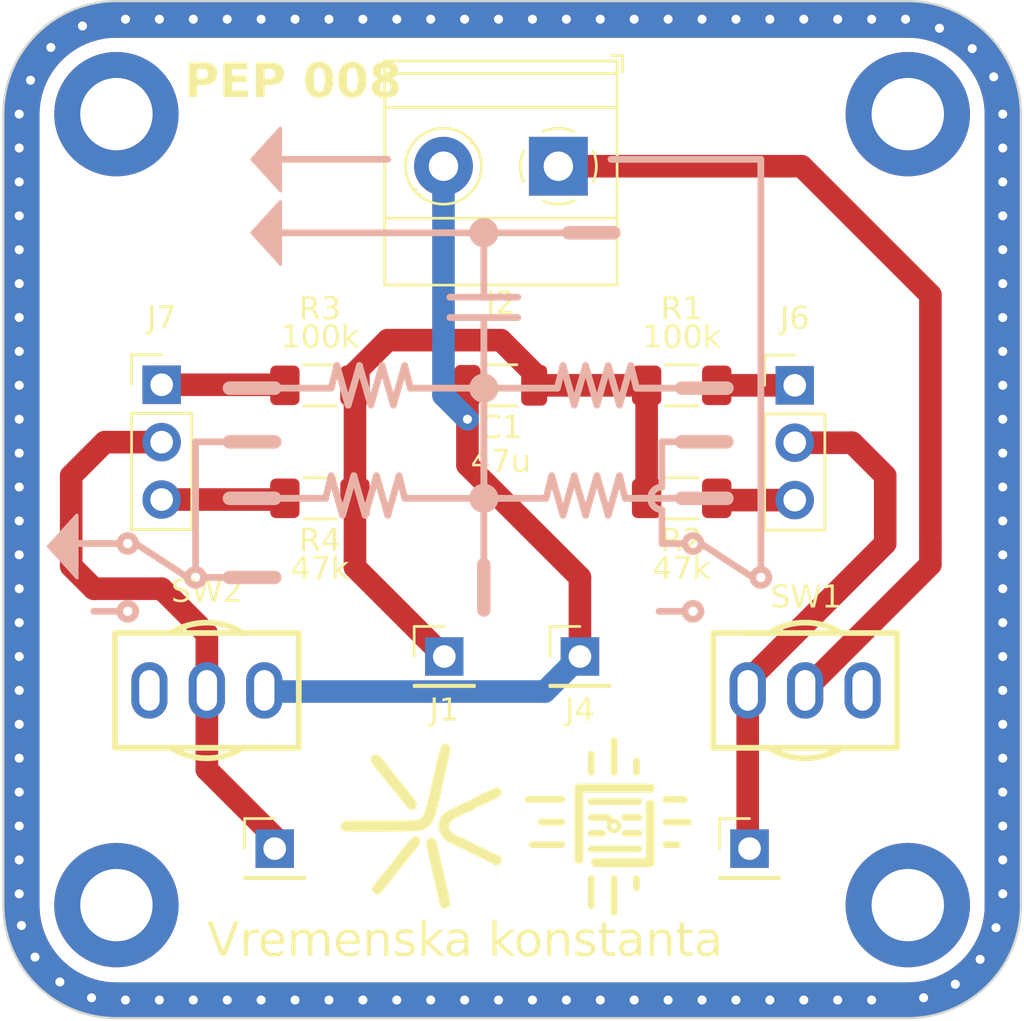
<source format=kicad_pcb>
(kicad_pcb (version 20241229) (generator "pcbnew") (generator_version "9.0")
  (layers (0 "F.Cu" signal) (2 "B.Cu" signal) (13 "F.Paste" user) (15 "B.Paste" user) (5 "F.SilkS" user "F.Silkscreen") (7 "B.SilkS" user "B.Silkscreen") (1 "F.Mask" user) (3 "B.Mask" user) (25 "Edge.Cuts" user))
  (net 0 "")
  (net 1 "0")
  (net 2 "Input voltage")
  (net 3 "Output voltage")
  (net 4 "Net-(J5-Pin_1)")
  (net 7 "Net-(J3-Pin_1)")
  (net 8 "Net-(J6-Pin_1)")
  (net 9 "Net-(J6-Pin_3)")
  (net 10 "Net-(J7-Pin_1)")
  (net 11 "Net-(J7-Pin_3)")
  (footprint "Resistor_SMD:R_1206_3216Metric_Pad1.30x1.75mm_HandSolder" (layer "F.Cu") (at 134 83 180)
    (property "Reference" "R2" (at 0 -2.5 0) (layer "F.SilkS") (effects (justify bottom)))
    (property "Value" "47k" (at 0 -3.75 0) (layer "F.SilkS") (effects (justify bottom)))
    (pad "1" smd roundrect (at -1.55 0 180) (size 1.3 1.75) (layers "F.Cu" "F.Mask" "F.Paste") (roundrect_rratio 0.192308) (net 9 "Net-(J6-Pin_3)"))
    (pad "2" smd roundrect (at 1.55 0 180) (size 1.3 1.75) (layers "F.Cu" "F.Mask" "F.Paste") (roundrect_rratio 0.192308) (net 3 "Output voltage"))
  )
  (footprint "Resistor_SMD:R_1206_3216Metric_Pad1.30x1.75mm_HandSolder" (layer "F.Cu") (at 118 83)
    (property "Reference" "R4" (at 0 2.5 0) (layer "F.SilkS") (effects (justify bottom)))
    (property "Value" "47k" (at 0 3.75 0) (layer "F.SilkS") (effects (justify bottom)))
    (pad "1" smd roundrect (at -1.55 0) (size 1.3 1.75) (layers "F.Cu" "F.Mask" "F.Paste") (roundrect_rratio 0.192308) (net 11 "Net-(J7-Pin_3)"))
    (pad "2" smd roundrect (at 1.55 0) (size 1.3 1.75) (layers "F.Cu" "F.Mask" "F.Paste") (roundrect_rratio 0.192308) (net 3 "Output voltage"))
  )
  (footprint "PEP_library:ele_petnica_logo" (layer "F.Cu") (at 131 97.5)
    (property "Reference" "REF**" (hide yes))
    (property "Value" "ele_petnica_logo" (hide yes))
  )
  (footprint "Resistor_SMD:R_1206_3216Metric_Pad1.30x1.75mm_HandSolder" (layer "F.Cu") (at 134 78 180)
    (property "Reference" "R1" (at 0 2.75 0) (layer "F.SilkS") (effects (justify bottom)))
    (property "Value" "100k" (at 0 1.5 0) (layer "F.SilkS") (effects (justify bottom)))
    (pad "1" smd roundrect (at -1.55 0 180) (size 1.3 1.75) (layers "F.Cu" "F.Mask" "F.Paste") (roundrect_rratio 0.192308) (net 8 "Net-(J6-Pin_1)"))
    (pad "2" smd roundrect (at 1.55 0 180) (size 1.3 1.75) (layers "F.Cu" "F.Mask" "F.Paste") (roundrect_rratio 0.192308) (net 3 "Output voltage"))
  )
  (footprint "Connector_PinHeader_2.54mm:PinHeader_1x03_P2.54mm_Vertical" (layer "F.Cu") (at 111 77.975)
    (property "Reference" "J7" (at 0 -2.33 0) (layer "F.SilkS") (effects (justify bottom)))
    (property "Value" "Conn_01x03_Pin")
    (pad "1" thru_hole rect (at 0 0) (size 1.7 1.7) (drill 1) (layers "*.Cu" "*.Mask") (net 10 "Net-(J7-Pin_1)"))
    (pad "2" thru_hole oval (at 0 2.54) (size 1.7 1.7) (drill 1) (layers "*.Cu" "*.Mask") (net 7 "Net-(J3-Pin_1)"))
    (pad "3" thru_hole oval (at 0 5.08) (size 1.7 1.7) (drill 1) (layers "*.Cu" "*.Mask") (net 11 "Net-(J7-Pin_3)"))
  )
  (footprint "Resistor_SMD:R_1206_3216Metric_Pad1.30x1.75mm_HandSolder" (layer "F.Cu") (at 118 78)
    (property "Reference" "R3" (at 0 -2.75 0) (layer "F.SilkS") (effects (justify bottom)))
    (property "Value" "100k" (at 0 -1.5 0) (layer "F.SilkS") (effects (justify bottom)))
    (pad "1" smd roundrect (at -1.55 0) (size 1.3 1.75) (layers "F.Cu" "F.Mask" "F.Paste") (roundrect_rratio 0.192308) (net 10 "Net-(J7-Pin_1)"))
    (pad "2" smd roundrect (at 1.55 0) (size 1.3 1.75) (layers "F.Cu" "F.Mask" "F.Paste") (roundrect_rratio 0.192308) (net 3 "Output voltage"))
  )
  (footprint "MountingHole:MountingHole_3.2mm_M3_ISO14580_Pad_TopBottom" (layer "F.Cu") (at 144 66)
    (property "Reference" "H3" (hide yes))
    (property "Value" "MountingHole")
    (pad "1" thru_hole circle (at 0 0) (size 3.6 3.6) (drill 3.2) (layers "*.Cu" "*.Mask"))
    (pad "1" connect circle (at 0 0) (size 5.5 5.5) (layers "F.Cu" "F.Mask"))
    (pad "1" connect circle (at 0 0) (size 5.5 5.5) (layers "B.Cu" "B.Mask"))
  )
  (footprint "MountingHole:MountingHole_3.2mm_M3_ISO14580_Pad_TopBottom" (layer "F.Cu") (at 144 101)
    (property "Reference" "H4" (hide yes))
    (property "Value" "MountingHole")
    (pad "1" thru_hole circle (at 0 0) (size 3.6 3.6) (drill 3.2) (layers "*.Cu" "*.Mask"))
    (pad "1" connect circle (at 0 0) (size 5.5 5.5) (layers "F.Cu" "F.Mask"))
    (pad "1" connect circle (at 0 0) (size 5.5 5.5) (layers "B.Cu" "B.Mask"))
  )
  (footprint "Connector_PinHeader_2.54mm:PinHeader_1x01_P2.54mm_Vertical" (layer "F.Cu") (at 129.5 90)
    (property "Reference" "J4" (at 0 3 0) (layer "F.SilkS") (effects (justify bottom)))
    (property "Value" "Conn_01x01_Pin")
    (pad "1" thru_hole rect (at 0 0) (size 1.7 1.7) (drill 1) (layers "*.Cu" "*.Mask") (net 1 "0"))
  )
  (footprint "Connector_PinHeader_2.54mm:PinHeader_1x03_P2.54mm_Vertical" (layer "F.Cu") (at 139 78)
    (property "Reference" "J6" (at 0 -2.33 0) (layer "F.SilkS") (effects (justify bottom)))
    (property "Value" "Conn_01x03_Pin")
    (pad "1" thru_hole rect (at 0 0) (size 1.7 1.7) (drill 1) (layers "*.Cu" "*.Mask") (net 8 "Net-(J6-Pin_1)"))
    (pad "2" thru_hole oval (at 0 2.54) (size 1.7 1.7) (drill 1) (layers "*.Cu" "*.Mask") (net 4 "Net-(J5-Pin_1)"))
    (pad "3" thru_hole oval (at 0 5.08) (size 1.7 1.7) (drill 1) (layers "*.Cu" "*.Mask") (net 9 "Net-(J6-Pin_3)"))
  )
  (footprint "Capacitor_SMD:C_1206_3216Metric" (layer "F.Cu") (at 126 78 180)
    (property "Reference" "C1" (at -0.005 -2.5 0) (layer "F.SilkS") (effects (justify bottom)))
    (property "Value" "47u" (at 0 -4 0) (layer "F.SilkS") (effects (justify bottom)))
    (pad "1" smd roundrect (at -1.475 0 180) (size 1.15 1.8) (layers "F.Cu" "F.Mask" "F.Paste") (roundrect_rratio 0.217391) (net 3 "Output voltage"))
    (pad "2" smd roundrect (at 1.475 0 180) (size 1.15 1.8) (layers "F.Cu" "F.Mask" "F.Paste") (roundrect_rratio 0.217391) (net 1 "0"))
  )
  (footprint "TerminalBlock_Phoenix:TerminalBlock_Phoenix_MKDS-1,5-2-5.08_1x02_P5.08mm_Horizontal" (layer "F.Cu") (at 128.545 68.305 180)
    (property "Reference" "J2" (at 2.545 -6.695 0) (layer "F.SilkS") (effects (justify bottom)))
    (property "Value" "Screw_Terminal_01x02")
    (pad "1" thru_hole rect (at 0 0 180) (size 2.6 2.6) (drill 1.3) (layers "*.Cu" "*.Mask") (net 2 "Input voltage"))
    (pad "2" thru_hole circle (at 5.08 0 180) (size 2.6 2.6) (drill 1.3) (layers "*.Cu" "*.Mask") (net 1 "0"))
  )
  (footprint "Connector_PinHeader_2.54mm:PinHeader_1x01_P2.54mm_Vertical" (layer "F.Cu") (at 137 98.5)
    (property "Reference" "J5" (hide yes))
    (property "Value" "Conn_01x01_Pin")
    (pad "1" thru_hole rect (at 0 0) (size 1.7 1.7) (drill 1) (layers "*.Cu" "*.Mask") (net 4 "Net-(J5-Pin_1)"))
  )
  (footprint "PEP_library:SW-TH_2MS1T1B1M1QES-5" (layer "F.Cu") (at 113 91.5 90)
    (property "Reference" "SW2" (at 3.75 0 180) (layer "F.SilkS") (effects (justify bottom)))
    (property "Value" "SW_SPDT")
    (pad "1" thru_hole oval (at 0 2.54 180) (size 1.6 2.5) (drill oval 0.9 1.8) (layers "*.Cu" "*.Mask") (net 1 "0"))
    (pad "2" thru_hole oval (at 0 0 180) (size 1.6 2.5) (drill oval 0.9 1.8) (layers "*.Cu" "*.Mask") (net 7 "Net-(J3-Pin_1)"))
    (pad "3" thru_hole oval (at 0 -2.54 180) (size 1.6 2.5) (drill oval 0.9 1.8) (layers "*.Cu" "*.Mask"))
  )
  (footprint "PEP_library:petnica_logo" (layer "F.Cu") (at 122.5 97.5)
    (property "Reference" "G***" (hide yes))
    (property "Value" "LOGO" (hide yes))
  )
  (footprint "Connector_PinHeader_2.54mm:PinHeader_1x01_P2.54mm_Vertical" (layer "F.Cu") (at 116 98.5)
    (property "Reference" "J3" (hide yes))
    (property "Value" "Conn_01x01_Pin")
    (pad "1" thru_hole rect (at 0 0) (size 1.7 1.7) (drill 1) (layers "*.Cu" "*.Mask") (net 7 "Net-(J3-Pin_1)"))
  )
  (footprint "MountingHole:MountingHole_3.2mm_M3_ISO14580_Pad_TopBottom" (layer "F.Cu") (at 109 66)
    (property "Reference" "H2" (hide yes))
    (property "Value" "MountingHole")
    (pad "1" thru_hole circle (at 0 0) (size 3.6 3.6) (drill 3.2) (layers "*.Cu" "*.Mask"))
    (pad "1" connect circle (at 0 0) (size 5.5 5.5) (layers "F.Cu" "F.Mask"))
    (pad "1" connect circle (at 0 0) (size 5.5 5.5) (layers "B.Cu" "B.Mask"))
  )
  (footprint "MountingHole:MountingHole_3.2mm_M3_ISO14580_Pad_TopBottom" (layer "F.Cu") (at 109 101 -90)
    (property "Reference" "H1" (hide yes))
    (property "Value" "MountingHole")
    (pad "1" thru_hole circle (at 0 0 270) (size 3.6 3.6) (drill 3.2) (layers "*.Cu" "*.Mask"))
    (pad "1" connect circle (at 0 0 270) (size 5.5 5.5) (layers "F.Cu" "F.Mask"))
    (pad "1" connect circle (at 0 0 270) (size 5.5 5.5) (layers "B.Cu" "B.Mask"))
  )
  (footprint "PEP_library:SW-TH_2MS1T1B1M1QES-5" (layer "F.Cu") (at 139.46 91.5 -90)
    (property "Reference" "SW1" (at -3.5 -0.04 180) (layer "F.SilkS") (effects (justify bottom)))
    (property "Value" "SW_SPDT")
    (pad "1" thru_hole oval (at 0 2.54) (size 1.6 2.5) (drill oval 0.9 1.8) (layers "*.Cu" "*.Mask") (net 4 "Net-(J5-Pin_1)"))
    (pad "2" thru_hole oval (at 0 0) (size 1.6 2.5) (drill oval 0.9 1.8) (layers "*.Cu" "*.Mask") (net 2 "Input voltage"))
    (pad "3" thru_hole oval (at 0 -2.54) (size 1.6 2.5) (drill oval 0.9 1.8) (layers "*.Cu" "*.Mask"))
  )
  (footprint "Connector_PinHeader_2.54mm:PinHeader_1x01_P2.54mm_Vertical" (layer "F.Cu") (at 123.5 90)
    (property "Reference" "J1" (at 0 3 0) (layer "F.SilkS") (effects (justify bottom)))
    (property "Value" "Conn_01x01_Pin")
    (pad "1" thru_hole rect (at 0 0) (size 1.7 1.7) (drill 1) (layers "*.Cu" "*.Mask") (net 3 "Output voltage"))
  )
  (gr_line (start 109 61.819848) (end 144 61.819848) (stroke (width 1.6)) (layer "F.Cu"))
  (gr_line (start 148.2 101.019848) (end 148.2 66.019848) (stroke (width 1.6)) (layer "F.Cu"))
  (gr_line (start 104.8 66.019848) (end 104.8 101.019848) (stroke (width 1.6)) (layer "F.Cu"))
  (gr_arc (start 144 61.819848) (mid 146.969831 63.050007) (end 148.2 66.019848) (stroke (width 1.6)) (layer "F.Cu"))
  (gr_arc (start 109 105.219848) (mid 106.030155 103.989695) (end 104.8 101.019848) (stroke (width 1.6)) (layer "F.Cu"))
  (gr_line (start 109 105.219848) (end 144 105.219848) (stroke (width 1.6)) (layer "F.Cu"))
  (gr_arc (start 104.8 66.019848) (mid 106.030152 63.05) (end 109 61.819848) (stroke (width 1.6)) (layer "F.Cu"))
  (gr_arc (start 148.2 101.019848) (mid 146.969849 103.989697) (end 144 105.219848) (stroke (width 1.6)) (layer "F.Cu"))
  (gr_arc (start 109 105.219848) (mid 106.030155 103.989695) (end 104.8 101.019848) (stroke (width 1.6)) (layer "B.Cu"))
  (gr_arc (start 104.8 66.019848) (mid 106.030152 63.05) (end 109 61.819848) (stroke (width 1.6)) (layer "B.Cu"))
  (gr_line (start 109 105.219848) (end 144 105.219848) (stroke (width 1.6)) (layer "B.Cu"))
  (gr_line (start 109 61.819848) (end 144 61.819848) (stroke (width 1.6)) (layer "B.Cu"))
  (gr_line (start 148.2 101.019848) (end 148.2 66.019848) (stroke (width 1.6)) (layer "B.Cu"))
  (gr_arc (start 148.2 101.019848) (mid 146.969849 103.989697) (end 144 105.219848) (stroke (width 1.6)) (layer "B.Cu"))
  (gr_arc (start 144 61.819848) (mid 146.969831 63.050007) (end 148.2 66.019848) (stroke (width 1.6)) (layer "B.Cu"))
  (gr_line (start 104.8 66.019848) (end 104.8 101.019848) (stroke (width 1.6)) (layer "B.Cu"))
  (gr_line (start 129.25 82) (end 128.75 83.75) (stroke (width 0.3)) (layer "B.SilkS"))
  (gr_circle (center 125.25 78.125) (end 125.395774 78.125) (stroke (width 0.5)) (fill no) (layer "B.SilkS"))
  (gr_line (start 128 83) (end 126 83) (stroke (width 0.3)) (layer "B.SilkS"))
  (gr_line (start 118.75 77.125) (end 118.5 78.125) (stroke (width 0.3)) (layer "B.SilkS"))
  (gr_arc (start 133.125 83.5) (mid 132.625 83) (end 133.125 82.5) (stroke (width 0.3)) (layer "B.SilkS"))
  (gr_line (start 116 78.125) (end 114 78.125) (stroke (width 0.6)) (layer "B.SilkS"))
  (gr_line (start 117.5 78.125) (end 114 78.125) (stroke (width 0.3)) (layer "B.SilkS"))
  (gr_line (start 121.75 83) (end 121.5 82) (stroke (width 0.3)) (layer "B.SilkS"))
  (gr_line (start 134.146438 85) (end 133.125 85) (stroke (width 0.3)) (layer "B.SilkS"))
  (gr_circle (center 125.25 71.25) (end 125.395774 71.25) (stroke (width 0.5)) (fill no) (layer "B.SilkS"))
  (gr_line (start 132.625 83) (end 131.5 83) (stroke (width 0.3)) (layer "B.SilkS"))
  (gr_line (start 125.25 85.9375) (end 125.25 87.9375) (stroke (width 0.6)) (layer "B.SilkS"))
  (gr_poly (pts (xy 116.25 69.375) (xy 116.25 66.625) (xy 115 68)) (stroke (width 0.15)) (fill yes) (layer "B.SilkS"))
  (gr_line (start 133.125 85) (end 133.125 83.5) (stroke (width 0.3)) (layer "B.SilkS"))
  (gr_line (start 130.75 83.75) (end 130.25 82) (stroke (width 0.3)) (layer "B.SilkS"))
  (gr_line (start 130.25 82) (end 129.75 83.75) (stroke (width 0.3)) (layer "B.SilkS"))
  (gr_line (start 132 83) (end 136 83) (stroke (width 0.3)) (layer "B.SilkS"))
  (gr_line (start 119 83.75) (end 118.5 82) (stroke (width 0.3)) (layer "B.SilkS"))
  (gr_line (start 129.75 77.125) (end 129.25 78.875) (stroke (width 0.3)) (layer "B.SilkS"))
  (gr_circle (center 134.499993 88) (end 134.749993 88.250003) (stroke (width 0.3)) (fill no) (layer "B.SilkS"))
  (gr_line (start 134 78.125) (end 136 78.125) (stroke (width 0.6)) (layer "B.SilkS"))
  (gr_line (start 125.25 78) (end 125.25 75) (stroke (width 0.3)) (layer "B.SilkS"))
  (gr_line (start 116 86.5) (end 114 86.5) (stroke (width 0.6)) (layer "B.SilkS"))
  (gr_line (start 109.146438 88) (end 107.999993 88) (stroke (width 0.3)) (layer "B.SilkS"))
  (gr_line (start 131.25 82) (end 130.75 83.75) (stroke (width 0.3)) (layer "B.SilkS"))
  (gr_line (start 112.5 80.5) (end 112.5 86.146447) (stroke (width 0.3)) (layer "B.SilkS"))
  (gr_line (start 128.25 82) (end 128 83) (stroke (width 0.3)) (layer "B.SilkS"))
  (gr_line (start 121.5 82) (end 121 83.75) (stroke (width 0.3)) (layer "B.SilkS"))
  (gr_line (start 130.25 78.875) (end 129.75 77.125) (stroke (width 0.3)) (layer "B.SilkS"))
  (gr_line (start 118.25 83) (end 117.25 83) (stroke (width 0.3)) (layer "B.SilkS"))
  (gr_line (start 116 71.25) (end 131 71.25) (stroke (width 0.3)) (layer "B.SilkS"))
  (gr_line (start 131.5 83) (end 131.25 82) (stroke (width 0.3)) (layer "B.SilkS"))
  (gr_line (start 131.25 78.875) (end 130.75 77.125) (stroke (width 0.3)) (layer "B.SilkS"))
  (gr_line (start 119.25 78.875) (end 118.75 77.125) (stroke (width 0.3)) (layer "B.SilkS"))
  (gr_line (start 125.25 78.0625) (end 125.25 87.9375) (stroke (width 0.3)) (layer "B.SilkS"))
  (gr_line (start 117.5 83) (end 114 83) (stroke (width 0.3)) (layer "B.SilkS"))
  (gr_line (start 125.25 74.1) (end 125.25 71.1) (stroke (width 0.3)) (layer "B.SilkS"))
  (gr_line (start 123.75 75) (end 126.75 75) (stroke (width 0.3)) (layer "B.SilkS"))
  (gr_line (start 120.5 82) (end 120 83.75) (stroke (width 0.3)) (layer "B.SilkS"))
  (gr_line (start 128.75 77.125) (end 128.5 78.125) (stroke (width 0.3)) (layer "B.SilkS"))
  (gr_line (start 107.999993 85) (end 106.499993 85) (stroke (width 0.3)) (layer "B.SilkS"))
  (gr_line (start 127 78.125) (end 122 78.125) (stroke (width 0.3)) (layer "B.SilkS"))
  (gr_circle (center 125.25 83) (end 125.395774 83) (stroke (width 0.5)) (fill no) (layer "B.SilkS"))
  (gr_line (start 119.75 77.125) (end 119.25 78.875) (stroke (width 0.3)) (layer "B.SilkS"))
  (gr_line (start 129 71.25) (end 131 71.25) (stroke (width 0.6)) (layer "B.SilkS"))
  (gr_line (start 132 78.125) (end 131.75 77.125) (stroke (width 0.3)) (layer "B.SilkS"))
  (gr_line (start 129.25 78.875) (end 128.75 77.125) (stroke (width 0.3)) (layer "B.SilkS"))
  (gr_line (start 109.146438 85) (end 107.999993 85) (stroke (width 0.3)) (layer "B.SilkS"))
  (gr_line (start 134 83) (end 136 83) (stroke (width 0.6)) (layer "B.SilkS"))
  (gr_line (start 120.25 78.875) (end 119.75 77.125) (stroke (width 0.3)) (layer "B.SilkS"))
  (gr_line (start 121 83.75) (end 120.5 82) (stroke (width 0.3)) (layer "B.SilkS"))
  (gr_line (start 112.14644 86.5) (end 109.85356 84.999982) (stroke (width 0.3)) (layer "B.SilkS"))
  (gr_line (start 112.5 80.5) (end 116 80.5) (stroke (width 0.3)) (layer "B.SilkS"))
  (gr_line (start 114 80.5) (end 116 80.5) (stroke (width 0.6)) (layer "B.SilkS"))
  (gr_line (start 119.5 82) (end 119 83.75) (stroke (width 0.3)) (layer "B.SilkS"))
  (gr_line (start 137.499993 68) (end 130.875 68) (stroke (width 0.3)) (layer "B.SilkS"))
  (gr_circle (center 137.499993 86.5) (end 137.249993 86.75) (stroke (width 0.3)) (fill no) (layer "B.SilkS"))
  (gr_line (start 128.75 83.75) (end 128.25 82) (stroke (width 0.3)) (layer "B.SilkS"))
  (gr_line (start 133.125 78.125) (end 132 78.125) (stroke (width 0.3)) (layer "B.SilkS"))
  (gr_poly (pts (xy 107.249993 86.500002) (xy 107.249993 83.750002) (xy 105.999993 85.125002)) (stroke (width 0.15)) (fill yes) (layer "B.SilkS"))
  (gr_line (start 121.75 77.125) (end 121.25 78.875) (stroke (width 0.3)) (layer "B.SilkS"))
  (gr_line (start 123.75 74.1) (end 126.75 74.1) (stroke (width 0.3)) (layer "B.SilkS"))
  (gr_line (start 126 83) (end 121.749999 83) (stroke (width 0.3)) (layer "B.SilkS"))
  (gr_line (start 132 78.125) (end 136 78.125) (stroke (width 0.3)) (layer "B.SilkS"))
  (gr_line (start 120.75 77.125) (end 120.25 78.875) (stroke (width 0.3)) (layer "B.SilkS"))
  (gr_line (start 112.853546 86.5) (end 115 86.5) (stroke (width 0.3)) (layer "B.SilkS"))
  (gr_circle (center 112.499993 86.5) (end 112.249993 86.75) (stroke (width 0.3)) (fill no) (layer "B.SilkS"))
  (gr_line (start 137.14644 86.5) (end 134.85356 84.999982) (stroke (width 0.3)) (layer "B.SilkS"))
  (gr_line (start 116 83) (end 114 83) (stroke (width 0.6)) (layer "B.SilkS"))
  (gr_line (start 128.5 78.125) (end 127 78.125) (stroke (width 0.3)) (layer "B.SilkS"))
  (gr_line (start 120 83.75) (end 119.5 82) (stroke (width 0.3)) (layer "B.SilkS"))
  (gr_line (start 118.5 82) (end 118.25 83) (stroke (width 0.3)) (layer "B.SilkS"))
  (gr_line (start 134 80.5) (end 136 80.5) (stroke (width 0.6)) (layer "B.SilkS"))
  (gr_line (start 122 78.125) (end 121.75 77.125) (stroke (width 0.3)) (layer "B.SilkS"))
  (gr_line (start 125.25 78.125) (end 125.25 83) (stroke (width 0.3)) (layer "B.SilkS"))
  (gr_line (start 137.499993 68) (end 137.499993 86.146447) (stroke (width 0.3)) (layer "B.SilkS"))
  (gr_line (start 130.75 77.125) (end 130.25 78.875) (stroke (width 0.3)) (layer "B.SilkS"))
  (gr_line (start 129.75 83.75) (end 129.25 82) (stroke (width 0.3)) (layer "B.SilkS"))
  (gr_circle (center 109.499993 88) (end 109.749993 88.250003) (stroke (width 0.3)) (fill no) (layer "B.SilkS"))
  (gr_line (start 134.146438 88) (end 132.999993 88) (stroke (width 0.3)) (layer "B.SilkS"))
  (gr_circle (center 134.499993 85) (end 134.749993 85.250003) (stroke (width 0.3)) (fill no) (layer "B.SilkS"))
  (gr_line (start 133.125 80.5) (end 136 80.5) (stroke (width 0.3)) (layer "B.SilkS"))
  (gr_line (start 121.25 78.875) (end 120.75 77.125) (stroke (width 0.3)) (layer "B.SilkS"))
  (gr_line (start 118.5 78.125) (end 117.5 78.125) (stroke (width 0.3)) (layer "B.SilkS"))
  (gr_line (start 131.75 77.125) (end 131.25 78.875) (stroke (width 0.3)) (layer "B.SilkS"))
  (gr_poly (pts (xy 116.25 72.625) (xy 116.25 69.875) (xy 115 71.25)) (stroke (width 0.15)) (fill yes) (layer "B.SilkS"))
  (gr_circle (center 109.499993 85) (end 109.749993 85.250003) (stroke (width 0.3)) (fill no) (layer "B.SilkS"))
  (gr_line (start 121 68) (end 116.375 68) (stroke (width 0.3)) (layer "B.SilkS"))
  (gr_line (start 133.125 82.5) (end 133.125 80.5) (stroke (width 0.3)) (layer "B.SilkS"))
  (gr_line (start 144 106) (end 109 106) (stroke (width 0.1)) (layer "Edge.Cuts"))
  (gr_arc (start 144 61) (mid 147.535534 62.464466) (end 149 66) (stroke (width 0.1)) (layer "Edge.Cuts"))
  (gr_arc (start 149 101) (mid 147.535534 104.535534) (end 144 106) (stroke (width 0.1)) (layer "Edge.Cuts"))
  (gr_arc (start 104 66) (mid 105.464466 62.464466) (end 109 61) (stroke (width 0.1)) (layer "Edge.Cuts"))
  (gr_line (start 149 101) (end 149 66) (stroke (width 0.1)) (layer "Edge.Cuts"))
  (gr_arc (start 109 106) (mid 105.464466 104.535534) (end 104 101) (stroke (width 0.1)) (layer "Edge.Cuts"))
  (gr_line (start 109 61) (end 144 61) (stroke (width 0.1)) (layer "Edge.Cuts"))
  (gr_line (start 104 66) (end 104 101) (stroke (width 0.1)) (layer "Edge.Cuts"))
  (gr_text "PEP 008 " (at 112 65.5 0) (layer "F.SilkS") (effects (font (size 1.5 1.5) (thickness 0.3) (bold yes)) (justify left bottom)))
  (gr_text "Vremenska konstanta" (at 113 103.5 0) (layer "F.SilkS") (effects (font (size 1.5 1.5)) (justify left bottom)))
  (via (at 105.2 64.5) (size 0.8) (drill 0.4) (layers "F.Cu" "B.Cu") (net 0))
  (via (at 104.7 85.5) (size 0.8) (drill 0.4) (layers "F.Cu" "B.Cu") (net 0))
  (via (at 109.4 105.2) (size 0.8) (drill 0.4) (layers "F.Cu" "B.Cu") (net 0))
  (via (at 104.7 79.5) (size 0.8) (drill 0.4) (layers "F.Cu" "B.Cu") (net 0))
  (via (at 104.7 88.5) (size 0.8) (drill 0.4) (layers "F.Cu" "B.Cu") (net 0))
  (via (at 134.9 105.2) (size 0.8) (drill 0.4) (layers "F.Cu" "B.Cu") (net 0))
  (via (at 148.2 67.5) (size 0.8) (drill 0.4) (layers "F.Cu" "B.Cu") (net 0))
  (via (at 104.7 99) (size 0.8) (drill 0.4) (layers "F.Cu" "B.Cu") (net 0))
  (via (at 121.4 105.2) (size 0.8) (drill 0.4) (layers "F.Cu" "B.Cu") (net 0))
  (via (at 134.9 61.8) (size 0.8) (drill 0.4) (layers "F.Cu" "B.Cu") (net 0))
  (via (at 104.7 90) (size 0.8) (drill 0.4) (layers "F.Cu" "B.Cu") (net 0))
  (via (at 148.2 76.5) (size 0.8) (drill 0.4) (layers "F.Cu" "B.Cu") (net 0))
  (via (at 148.2 96) (size 0.8) (drill 0.4) (layers "F.Cu" "B.Cu") (net 0))
  (via (at 104.7 84) (size 0.8) (drill 0.4) (layers "F.Cu" "B.Cu") (net 0))
  (via (at 148.2 70.5) (size 0.8) (drill 0.4) (layers "F.Cu" "B.Cu") (net 0))
  (via (at 104.7 87) (size 0.8) (drill 0.4) (layers "F.Cu" "B.Cu") (net 0))
  (via (at 148.2 79.5) (size 0.8) (drill 0.4) (layers "F.Cu" "B.Cu") (net 0))
  (via (at 147.9 102) (size 0.8) (drill 0.4) (layers "F.Cu" "B.Cu") (net 0))
  (via (at 133.4 61.8) (size 0.8) (drill 0.4) (layers "F.Cu" "B.Cu") (net 0))
  (via (at 104.7 69) (size 0.8) (drill 0.4) (layers "F.Cu" "B.Cu") (net 0))
  (via (at 142.4 61.8) (size 0.8) (drill 0.4) (layers "F.Cu" "B.Cu") (net 0))
  (via (at 104.7 73.5) (size 0.8) (drill 0.4) (layers "F.Cu" "B.Cu") (net 0))
  (via (at 146.1 104.5) (size 0.8) (drill 0.4) (layers "F.Cu" "B.Cu") (net 0))
  (via (at 148.2 75) (size 0.8) (drill 0.4) (layers "F.Cu" "B.Cu") (net 0))
  (via (at 148.2 66) (size 0.8) (drill 0.4) (layers "F.Cu" "B.Cu") (net 0))
  (via (at 104.7 94.5) (size 0.8) (drill 0.4) (layers "F.Cu" "B.Cu") (net 0))
  (via (at 130.4 105.2) (size 0.8) (drill 0.4) (layers "F.Cu" "B.Cu") (net 0))
  (via (at 148.2 81) (size 0.8) (drill 0.4) (layers "F.Cu" "B.Cu") (net 0))
  (via (at 136.4 61.8) (size 0.8) (drill 0.4) (layers "F.Cu" "B.Cu") (net 0))
  (via (at 115.4 105.2) (size 0.8) (drill 0.4) (layers "F.Cu" "B.Cu") (net 0))
  (via (at 125.9 105.2) (size 0.8) (drill 0.4) (layers "F.Cu" "B.Cu") (net 0))
  (via (at 128.9 105.2) (size 0.8) (drill 0.4) (layers "F.Cu" "B.Cu") (net 0))
  (via (at 118.4 61.8) (size 0.8) (drill 0.4) (layers "F.Cu" "B.Cu") (net 0))
  (via (at 148.2 100.5) (size 0.8) (drill 0.4) (layers "F.Cu" "B.Cu") (net 0))
  (via (at 104.7 97.5) (size 0.8) (drill 0.4) (layers "F.Cu" "B.Cu") (net 0))
  (via (at 131.9 61.8) (size 0.8) (drill 0.4) (layers "F.Cu" "B.Cu") (net 0))
  (via (at 122.9 61.8) (size 0.8) (drill 0.4) (layers "F.Cu" "B.Cu") (net 0))
  (via (at 116.9 61.8) (size 0.8) (drill 0.4) (layers "F.Cu" "B.Cu") (net 0))
  (via (at 112.4 61.8) (size 0.8) (drill 0.4) (layers "F.Cu" "B.Cu") (net 0))
  (via (at 146.85 63.1) (size 0.8) (drill 0.4) (layers "F.Cu" "B.Cu") (net 0))
  (via (at 148.2 78) (size 0.8) (drill 0.4) (layers "F.Cu" "B.Cu") (net 0))
  (via (at 143.9 61.8) (size 0.8) (drill 0.4) (layers "F.Cu" "B.Cu") (net 0))
  (via (at 148.2 93) (size 0.8) (drill 0.4) (layers "F.Cu" "B.Cu") (net 0))
  (via (at 110.9 105.2) (size 0.8) (drill 0.4) (layers "F.Cu" "B.Cu") (net 0))
  (via (at 104.7 66) (size 0.8) (drill 0.4) (layers "F.Cu" "B.Cu") (net 0))
  (via (at 107.9 105.1) (size 0.8) (drill 0.4) (layers "F.Cu" "B.Cu") (net 0))
  (via (at 104.7 81) (size 0.8) (drill 0.4) (layers "F.Cu" "B.Cu") (net 0))
  (via (at 107.5 62.1) (size 0.8) (drill 0.4) (layers "F.Cu" "B.Cu") (net 0))
  (via (at 110.9 61.8) (size 0.8) (drill 0.4) (layers "F.Cu" "B.Cu") (net 0))
  (via (at 104.7 100.5) (size 0.8) (drill 0.4) (layers "F.Cu" "B.Cu") (net 0))
  (via (at 148.2 87) (size 0.8) (drill 0.4) (layers "F.Cu" "B.Cu") (net 0))
  (via (at 106.1 63.05) (size 0.8) (drill 0.4) (layers "F.Cu" "B.Cu") (net 0))
  (via (at 147.8 64.35) (size 0.8) (drill 0.4) (layers "F.Cu" "B.Cu") (net 0))
  (via (at 148.2 73.5) (size 0.8) (drill 0.4) (layers "F.Cu" "B.Cu") (net 0))
  (via (at 124.4 61.8) (size 0.8) (drill 0.4) (layers "F.Cu" "B.Cu") (net 0))
  (via (at 131.9 105.2) (size 0.8) (drill 0.4) (layers "F.Cu" "B.Cu") (net 0))
  (via (at 104.7 72) (size 0.8) (drill 0.4) (layers "F.Cu" "B.Cu") (net 0))
  (via (at 147.2 103.4) (size 0.8) (drill 0.4) (layers "F.Cu" "B.Cu") (net 0))
  (via (at 106.5 104.4) (size 0.8) (drill 0.4) (layers "F.Cu" "B.Cu") (net 0))
  (via (at 139.4 105.2) (size 0.8) (drill 0.4) (layers "F.Cu" "B.Cu") (net 0))
  (via (at 104.7 70.5) (size 0.8) (drill 0.4) (layers "F.Cu" "B.Cu") (net 0))
  (via (at 127.4 105.2) (size 0.8) (drill 0.4) (layers "F.Cu" "B.Cu") (net 0))
  (via (at 139.4 61.8) (size 0.8) (drill 0.4) (layers "F.Cu" "B.Cu") (net 0))
  (via (at 104.7 75) (size 0.8) (drill 0.4) (layers "F.Cu" "B.Cu") (net 0))
  (via (at 115.4 61.8) (size 0.8) (drill 0.4) (layers "F.Cu" "B.Cu") (net 0))
  (via (at 136.4 105.2) (size 0.8) (drill 0.4) (layers "F.Cu" "B.Cu") (net 0))
  (via (at 148.2 69) (size 0.8) (drill 0.4) (layers "F.Cu" "B.Cu") (net 0))
  (via (at 148.2 94.5) (size 0.8) (drill 0.4) (layers "F.Cu" "B.Cu") (net 0))
  (via (at 137.9 105.2) (size 0.8) (drill 0.4) (layers "F.Cu" "B.Cu") (net 0))
  (via (at 104.7 96) (size 0.8) (drill 0.4) (layers "F.Cu" "B.Cu") (net 0))
  (via (at 113.9 61.8) (size 0.8) (drill 0.4) (layers "F.Cu" "B.Cu") (net 0))
  (via (at 148.2 84) (size 0.8) (drill 0.4) (layers "F.Cu" "B.Cu") (net 0))
  (via (at 148.2 72) (size 0.8) (drill 0.4) (layers "F.Cu" "B.Cu") (net 0))
  (via (at 104.7 91.5) (size 0.8) (drill 0.4) (layers "F.Cu" "B.Cu") (net 0))
  (via (at 148.2 91.5) (size 0.8) (drill 0.4) (layers "F.Cu" "B.Cu") (net 0))
  (via (at 130.4 61.8) (size 0.8) (drill 0.4) (layers "F.Cu" "B.Cu") (net 0))
  (via (at 121.4 61.8) (size 0.8) (drill 0.4) (layers "F.Cu" "B.Cu") (net 0))
  (via (at 145.4 62.2) (size 0.8) (drill 0.4) (layers "F.Cu" "B.Cu") (net 0))
  (via (at 125.9 61.8) (size 0.8) (drill 0.4) (layers "F.Cu" "B.Cu") (net 0))
  (via (at 127.4 61.8) (size 0.8) (drill 0.4) (layers "F.Cu" "B.Cu") (net 0))
  (via (at 124.4 105.2) (size 0.8) (drill 0.4) (layers "F.Cu" "B.Cu") (net 0))
  (via (at 112.4 105.2) (size 0.8) (drill 0.4) (layers "F.Cu" "B.Cu") (net 0))
  (via (at 105.4 103.3) (size 0.8) (drill 0.4) (layers "F.Cu" "B.Cu") (net 0))
  (via (at 109.4 61.8) (size 0.8) (drill 0.4) (layers "F.Cu" "B.Cu") (net 0))
  (via (at 148.2 88.5) (size 0.8) (drill 0.4) (layers "F.Cu" "B.Cu") (net 0))
  (via (at 104.7 82.5) (size 0.8) (drill 0.4) (layers "F.Cu" "B.Cu") (net 0))
  (via (at 148.2 82.5) (size 0.8) (drill 0.4) (layers "F.Cu" "B.Cu") (net 0))
  (via (at 140.9 105.2) (size 0.8) (drill 0.4) (layers "F.Cu" "B.Cu") (net 0))
  (via (at 104.7 67.5) (size 0.8) (drill 0.4) (layers "F.Cu" "B.Cu") (net 0))
  (via (at 137.9 61.8) (size 0.8) (drill 0.4) (layers "F.Cu" "B.Cu") (net 0))
  (via (at 104.7 76.5) (size 0.8) (drill 0.4) (layers "F.Cu" "B.Cu") (net 0))
  (via (at 133.4 105.2) (size 0.8) (drill 0.4) (layers "F.Cu" "B.Cu") (net 0))
  (via (at 148.2 97.5) (size 0.8) (drill 0.4) (layers "F.Cu" "B.Cu") (net 0))
  (via (at 144.7 105.1) (size 0.8) (drill 0.4) (layers "F.Cu" "B.Cu") (net 0))
  (via (at 118.4 105.2) (size 0.8) (drill 0.4) (layers "F.Cu" "B.Cu") (net 0))
  (via (at 104.8 101.9) (size 0.8) (drill 0.4) (layers "F.Cu" "B.Cu") (net 0))
  (via (at 119.9 61.8) (size 0.8) (drill 0.4) (layers "F.Cu" "B.Cu") (net 0))
  (via (at 142.4 105.2) (size 0.8) (drill 0.4) (layers "F.Cu" "B.Cu") (net 0))
  (via (at 104.7 93) (size 0.8) (drill 0.4) (layers "F.Cu" "B.Cu") (net 0))
  (via (at 140.9 61.8) (size 0.8) (drill 0.4) (layers "F.Cu" "B.Cu") (net 0))
  (via (at 119.9 105.2) (size 0.8) (drill 0.4) (layers "F.Cu" "B.Cu") (net 0))
  (via (at 128.9 61.8) (size 0.8) (drill 0.4) (layers "F.Cu" "B.Cu") (net 0))
  (via (at 104.7 78) (size 0.8) (drill 0.4) (layers "F.Cu" "B.Cu") (net 0))
  (via (at 148.2 85.5) (size 0.8) (drill 0.4) (layers "F.Cu" "B.Cu") (net 0))
  (via (at 122.9 105.2) (size 0.8) (drill 0.4) (layers "F.Cu" "B.Cu") (net 0))
  (via (at 148.2 99) (size 0.8) (drill 0.4) (layers "F.Cu" "B.Cu") (net 0))
  (via (at 113.9 105.2) (size 0.8) (drill 0.4) (layers "F.Cu" "B.Cu") (net 0))
  (via (at 116.9 105.2) (size 0.8) (drill 0.4) (layers "F.Cu" "B.Cu") (net 0))
  (via (at 148.2 90) (size 0.8) (drill 0.4) (layers "F.Cu" "B.Cu") (net 0))
  (segment (start 124.525 81.525) (end 129.5 86.5) (width 1) (layer "F.Cu") (net 1))
  (segment (start 124.525 78) (end 124.525 79.5) (width 1) (layer "F.Cu") (net 1))
  (segment (start 124.525 79.5) (end 124.525 81.525) (width 1) (layer "F.Cu") (net 1))
  (segment (start 129.5 86.5) (end 129.5 90) (width 1) (layer "F.Cu") (net 1))
  (via (at 124.525 79.5) (size 0.8) (drill 0.4) (layers "F.Cu" "B.Cu") (net 1))
  (segment (start 123.465 78.44) (end 123.465 68.305) (width 1) (layer "B.Cu") (net 1))
  (segment (start 115.59 91.55) (end 115.54 91.5) (width 1) (layer "B.Cu") (net 1))
  (segment (start 129.5 90) (end 127.95 91.55) (width 1) (layer "B.Cu") (net 1))
  (segment (start 127.95 91.55) (end 115.59 91.55) (width 1) (layer "B.Cu") (net 1))
  (segment (start 124.525 79.5) (end 123.465 78.44) (width 1) (layer "B.Cu") (net 1))
  (segment (start 145 74) (end 145 85) (width 1) (layer "F.Cu") (net 2))
  (segment (start 145 85) (end 145 85.92868) (width 1) (layer "F.Cu") (net 2))
  (segment (start 139.46 91.46868) (end 139.46 91.5) (width 1) (layer "F.Cu") (net 2))
  (segment (start 128.545 68.305) (end 139.305 68.305) (width 1) (layer "F.Cu") (net 2))
  (segment (start 139.305 68.305) (end 145 74) (width 1) (layer "F.Cu") (net 2))
  (segment (start 145 85.92868) (end 139.46 91.46868) (width 1) (layer "F.Cu") (net 2))
  (segment (start 119.55 86.05) (end 123.5 90) (width 1) (layer "F.Cu") (net 3))
  (segment (start 121 76) (end 126 76) (width 1) (layer "F.Cu") (net 3))
  (segment (start 127.475 77.475) (end 126 76) (width 1) (layer "F.Cu") (net 3))
  (segment (start 119.55 78) (end 119.55 77.45) (width 1) (layer "F.Cu") (net 3))
  (segment (start 127.475 78) (end 127.475 77.475) (width 1) (layer "F.Cu") (net 3))
  (segment (start 132.45 83) (end 132.45 78) (width 1) (layer "F.Cu") (net 3))
  (segment (start 132.45 78) (end 127.475 78) (width 1) (layer "F.Cu") (net 3))
  (segment (start 119.55 77.45) (end 121 76) (width 1) (layer "F.Cu") (net 3))
  (segment (start 119.55 83) (end 119.55 78) (width 1) (layer "F.Cu") (net 3))
  (segment (start 119.55 83) (end 119.55 86.05) (width 1) (layer "F.Cu") (net 3))
  (segment (start 143 82) (end 143 85) (width 1) (layer "F.Cu") (net 4))
  (segment (start 136.92 91.5) (end 136.92 98.42) (width 1) (layer "F.Cu") (net 4))
  (segment (start 136.92 91.08) (end 136.92 91.5) (width 1) (layer "F.Cu") (net 4))
  (segment (start 136.92 98.42) (end 137 98.5) (width 1) (layer "F.Cu") (net 4))
  (segment (start 141.54 80.54) (end 143 82) (width 1) (layer "F.Cu") (net 4))
  (segment (start 143 85) (end 136.92 91.08) (width 1) (layer "F.Cu") (net 4))
  (segment (start 139 80.54) (end 141.54 80.54) (width 1) (layer "F.Cu") (net 4))
  (segment (start 108 87) (end 111 87) (width 1) (layer "F.Cu") (net 7))
  (segment (start 116 98) (end 116 98.5) (width 1) (layer "F.Cu") (net 7))
  (segment (start 107 86) (end 108 87) (width 1) (layer "F.Cu") (net 7))
  (segment (start 113 89) (end 113 91.5) (width 1) (layer "F.Cu") (net 7))
  (segment (start 107 82) (end 107 86) (width 1) (layer "F.Cu") (net 7))
  (segment (start 108.485 80.515) (end 107 82) (width 1) (layer "F.Cu") (net 7))
  (segment (start 113 91.5) (end 113 95) (width 1) (layer "F.Cu") (net 7))
  (segment (start 113 95) (end 116 98) (width 1) (layer "F.Cu") (net 7))
  (segment (start 111 87) (end 113 89) (width 1) (layer "F.Cu") (net 7))
  (segment (start 111 80.515) (end 108.485 80.515) (width 1) (layer "F.Cu") (net 7))
  (segment (start 139 78) (end 135.55 78) (width 1) (layer "F.Cu") (net 8))
  (segment (start 139 83.08) (end 135.63 83.08) (width 1) (layer "F.Cu") (net 9))
  (segment (start 135.63 83.08) (end 135.55 83) (width 1) (layer "F.Cu") (net 9))
  (segment (start 111 77.975) (end 116.425 77.975) (width 1) (layer "F.Cu") (net 10))
  (segment (start 116.425 77.975) (end 116.45 78) (width 1) (layer "F.Cu") (net 10))
  (segment (start 111 83.055) (end 116.395 83.055) (width 1) (layer "F.Cu") (net 11))
  (segment (start 116.395 83.055) (end 116.45 83) (width 1) (layer "F.Cu") (net 11))
)
</source>
